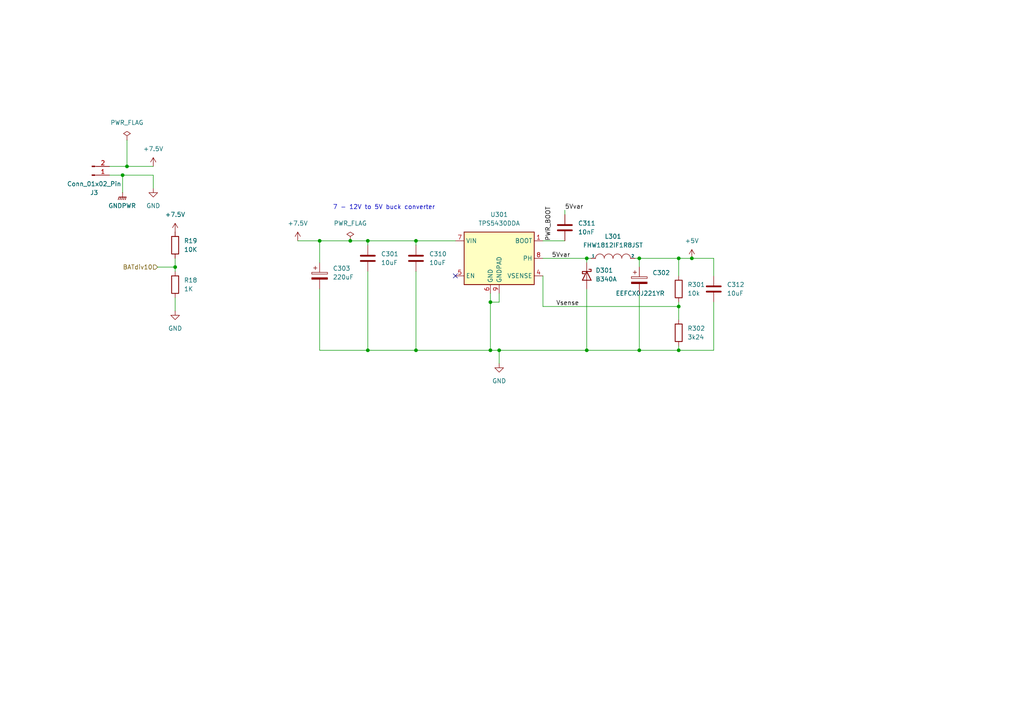
<source format=kicad_sch>
(kicad_sch (version 20250114) (generator "eeschema") (generator_version "9.0")
  (paper "A4")
  (lib_symbols
    (symbol "Connector:Conn_01x02_Pin" (pin_names (offset 1.016) (hide yes))
      (property "Reference" "J" (at 0 2.54 0))
      (property "Value" "Conn_01x02_Pin" (at 0 -5.08 0))
      (symbol "Conn_01x02_Pin_1_1"
        (rectangle (start 0.8636 0.127) (end 0 -0.127) (stroke (width 0.1524)) (fill (type outline)))
        (rectangle (start 0.8636 -2.413) (end 0 -2.667) (stroke (width 0.1524)) (fill (type outline)))
        (polyline (pts (xy 1.27 0) (xy 0.8636 0)) (stroke (width 0.1524)))
        (polyline (pts (xy 1.27 -2.54) (xy 0.8636 -2.54)) (stroke (width 0.1524)))
        (pin passive line (at 5.08 0 180) (length 3.81) (name "Pin_1") (number "1"))
        (pin passive line (at 5.08 -2.54 180) (length 3.81) (name "Pin_2") (number "2"))
      )
    )
    (symbol "Device:C" (pin_numbers (hide yes)) (pin_names (offset 0.254))
      (property "Reference" "C" (at 0.635 2.54 0))
      (property "Value" "C" (at 0.635 -2.54 0))
      (symbol "C_0_1"
        (polyline (pts (xy -2.032 0.762) (xy 2.032 0.762)) (stroke (width 0.508)))
        (polyline (pts (xy -2.032 -0.762) (xy 2.032 -0.762)) (stroke (width 0.508)))
      )
      (symbol "C_1_1"
        (pin passive line (at 0 3.81 270) (length 2.794) (name "~") (number "1"))
        (pin passive line (at 0 -3.81 90) (length 2.794) (name "~") (number "2"))
      )
    )
    (symbol "Device:C_Polarized" (pin_numbers (hide yes)) (pin_names (offset 0.254))
      (property "Reference" "C" (at 0.635 2.54 0))
      (property "Value" "C_Polarized" (at 0.635 -2.54 0))
      (symbol "C_Polarized_0_1"
        (rectangle (start -2.286 0.508) (end 2.286 1.016))
        (polyline (pts (xy -1.778 2.286) (xy -0.762 2.286)))
        (polyline (pts (xy -1.27 2.794) (xy -1.27 1.778)))
        (rectangle (start 2.286 -0.508) (end -2.286 -1.016) (fill (type outline)))
      )
      (symbol "C_Polarized_1_1"
        (pin passive line (at 0 3.81 270) (length 2.794) (name "~") (number "1"))
        (pin passive line (at 0 -3.81 90) (length 2.794) (name "~") (number "2"))
      )
    )
    (symbol "Device:D_Schottky" (pin_numbers (hide yes)) (pin_names (offset 1.016) (hide yes))
      (property "Reference" "D" (at 0 2.54 0))
      (property "Value" "D_Schottky" (at 0 -2.54 0))
      (symbol "D_Schottky_0_1"
        (polyline (pts (xy -1.905 0.635) (xy -1.905 1.27) (xy -1.27 1.27) (xy -1.27 -1.27) (xy -0.635 -1.27) (xy -0.635 -0.635)) (stroke (width 0.254)))
        (polyline (pts (xy 1.27 1.27) (xy 1.27 -1.27) (xy -1.27 0) (xy 1.27 1.27)) (stroke (width 0.254)))
        (polyline (pts (xy 1.27 0) (xy -1.27 0)))
      )
      (symbol "D_Schottky_1_1"
        (pin passive line (at -3.81 0 0) (length 2.54) (name "K") (number "1"))
        (pin passive line (at 3.81 0 180) (length 2.54) (name "A") (number "2"))
      )
    )
    (symbol "Device:R" (pin_numbers (hide yes)) (pin_names (offset 0))
      (property "Reference" "R" (at 2.032 0 90))
      (property "Value" "R" (at 0 0 90))
      (symbol "R_0_1"
        (rectangle (start -1.016 -2.54) (end 1.016 2.54) (stroke (width 0.254)))
      )
      (symbol "R_1_1"
        (pin passive line (at 0 3.81 270) (length 1.27) (name "~") (number "1"))
        (pin passive line (at 0 -3.81 90) (length 1.27) (name "~") (number "2"))
      )
    )
    (symbol "Regulator_Switching:TPS5430DDA"
      (property "Reference" "U" (at -10.16 8.89 0))
      (property "Value" "TPS5430DDA" (at -1.27 8.89 0))
      (symbol "TPS5430DDA_0_1"
        (rectangle (start -10.16 7.62) (end 10.16 -7.62) (stroke (width 0.254)) (fill (type background)))
      )
      (symbol "TPS5430DDA_1_1"
        (pin power_in line (at -12.7 5.08 0) (length 2.54) (name "VIN") (number "7"))
        (pin input line (at -12.7 -5.08 0) (length 2.54) (name "EN") (number "5"))
        (pin no_connect line (at -10.16 2.54 0) (length 2.54) (hide yes) (name "NC") (number "2"))
        (pin no_connect line (at -10.16 -2.54 0) (length 2.54) (hide yes) (name "NC") (number "3"))
        (pin power_in line (at -2.54 -10.16 90) (length 2.54) (name "GND") (number "6"))
        (pin power_in line (at 0 -10.16 90) (length 2.54) (name "GNDPAD") (number "9"))
        (pin input line (at 12.7 5.08 180) (length 2.54) (name "BOOT") (number "1"))
        (pin output line (at 12.7 0 180) (length 2.54) (name "PH") (number "8"))
        (pin input line (at 12.7 -5.08 180) (length 2.54) (name "VSENSE") (number "4"))
      )
    )
    (symbol "power:+5V" (power) (pin_numbers (hide yes)) (pin_names (offset 0) (hide yes))
      (property "Value" "+5V" (at 0 3.556 0))
      (symbol "+5V_0_1"
        (polyline (pts (xy -0.762 1.27) (xy 0 2.54)))
        (polyline (pts (xy 0 2.54) (xy 0.762 1.27)))
        (polyline (pts (xy 0 0) (xy 0 2.54)))
      )
      (symbol "+5V_1_1"
        (pin power_in line (at 0 0 90) (length 0) (name "~") (number "1"))
      )
    )
    (symbol "power:+7.5V" (power) (pin_numbers (hide yes)) (pin_names (offset 0) (hide yes))
      (property "Value" "+7.5V" (at 0 3.556 0))
      (symbol "+7.5V_0_1"
        (polyline (pts (xy -0.762 1.27) (xy 0 2.54)))
        (polyline (pts (xy 0 2.54) (xy 0.762 1.27)))
        (polyline (pts (xy 0 0) (xy 0 2.54)))
      )
      (symbol "+7.5V_1_1"
        (pin power_in line (at 0 0 90) (length 0) (name "~") (number "1"))
      )
    )
    (symbol "power:GND" (power) (pin_numbers (hide yes)) (pin_names (offset 0) (hide yes))
      (property "Value" "GND" (at 0 -3.81 0))
      (symbol "GND_0_1"
        (polyline (pts (xy 0 0) (xy 0 -1.27) (xy 1.27 -1.27) (xy 0 -2.54) (xy -1.27 -1.27) (xy 0 -1.27)))
      )
      (symbol "GND_1_1"
        (pin power_in line (at 0 0 270) (length 0) (name "~") (number "1"))
      )
    )
    (symbol "power:GNDPWR" (power) (pin_numbers (hide yes)) (pin_names (offset 0) (hide yes))
      (property "Value" "GNDPWR" (at 0 -3.302 0))
      (symbol "GNDPWR_0_1"
        (polyline (pts (xy -1.016 -1.27) (xy -1.27 -2.032) (xy -1.27 -2.032)) (stroke (width 0.2032)))
        (polyline (pts (xy -0.508 -1.27) (xy -0.762 -2.032) (xy -0.762 -2.032)) (stroke (width 0.2032)))
        (polyline (pts (xy 0 -1.27) (xy 0 0)))
        (polyline (pts (xy 0 -1.27) (xy -0.254 -2.032) (xy -0.254 -2.032)) (stroke (width 0.2032)))
        (polyline (pts (xy 0.508 -1.27) (xy 0.254 -2.032) (xy 0.254 -2.032)) (stroke (width 0.2032)))
        (polyline (pts (xy 1.016 -1.27) (xy -1.016 -1.27) (xy -1.016 -1.27)) (stroke (width 0.2032)))
        (polyline (pts (xy 1.016 -1.27) (xy 0.762 -2.032) (xy 0.762 -2.032) (xy 0.762 -2.032)) (stroke (width 0.2032)))
      )
      (symbol "GNDPWR_1_1"
        (pin power_in line (at 0 0 270) (length 0) (name "~") (number "1"))
      )
    )
    (symbol "power:PWR_FLAG" (power) (pin_numbers (hide yes)) (pin_names (offset 0) (hide yes))
      (property "Value" "PWR_FLAG" (at 0 3.81 0))
      (symbol "PWR_FLAG_0_0"
        (pin power_out line (at 0 0 90) (length 0) (name "~") (number "1"))
      )
      (symbol "PWR_FLAG_0_1"
        (polyline (pts (xy 0 0) (xy 0 1.27) (xy -1.016 1.905) (xy 0 2.54) (xy 1.016 1.905) (xy 0 1.27)))
      )
    )
    (symbol "pspice:INDUCTOR" (pin_numbers (hide yes)) (pin_names (offset 0))
      (property "Reference" "L" (at 0 2.54 0))
      (property "Value" "INDUCTOR" (at 0 -1.27 0))
      (symbol "INDUCTOR_0_1"
        (arc (start -5.08 0) (mid -3.81 1.2645) (end -2.54 0))
        (arc (start -2.54 0) (mid -1.27 1.2645) (end 0 0))
        (arc (start 0 0) (mid 1.27 1.2645) (end 2.54 0))
        (arc (start 2.54 0) (mid 3.81 1.2645) (end 5.08 0))
      )
      (symbol "INDUCTOR_1_1"
        (pin input line (at -6.35 0 0) (length 1.27) (name "1") (number "1"))
        (pin input line (at 6.35 0 180) (length 1.27) (name "2") (number "2"))
      )
    )
  )
  (text "7 - 12V to 5V buck converter" (at 96.52 60.96 0) (effects (font (size 1.27 1.27)) (justify left bottom)))
  (junction (at 50.8 77.47))
  (junction (at 196.85 74.93))
  (junction (at 35.56 50.8))
  (junction (at 120.65 69.85))
  (junction (at 196.85 101.6))
  (junction (at 144.78 101.6))
  (junction (at 142.24 101.6))
  (junction (at 36.83 48.26))
  (junction (at 200.66 74.93))
  (junction (at 142.24 87.63))
  (junction (at 106.68 101.6))
  (junction (at 120.65 101.6))
  (junction (at 106.68 69.85))
  (junction (at 170.18 74.93))
  (junction (at 185.42 74.93))
  (junction (at 170.18 101.6))
  (junction (at 185.42 101.6))
  (junction (at 196.85 88.9))
  (junction (at 101.6 69.85))
  (junction (at 92.71 69.85))
  (no_connect (at 132.08 80.01))
  (wire (pts (xy 120.65 78.74) (xy 120.65 101.6)))
  (wire (pts (xy 45.72 77.47) (xy 50.8 77.47)))
  (wire (pts (xy 157.48 80.01) (xy 157.48 88.9)))
  (wire (pts (xy 196.85 100.33) (xy 196.85 101.6)))
  (wire (pts (xy 106.68 101.6) (xy 120.65 101.6)))
  (wire (pts (xy 92.71 101.6) (xy 106.68 101.6)))
  (wire (pts (xy 101.6 69.85) (xy 106.68 69.85)))
  (wire (pts (xy 50.8 74.93) (xy 50.8 77.47)))
  (wire (pts (xy 196.85 87.63) (xy 196.85 88.9)))
  (wire (pts (xy 207.01 74.93) (xy 200.66 74.93)))
  (wire (pts (xy 185.42 101.6) (xy 170.18 101.6)))
  (wire (pts (xy 35.56 50.8) (xy 44.45 50.8)))
  (wire (pts (xy 170.18 74.93) (xy 170.18 76.2)))
  (wire (pts (xy 92.71 83.82) (xy 92.71 101.6)))
  (wire (pts (xy 106.68 78.74) (xy 106.68 101.6)))
  (wire (pts (xy 92.71 69.85) (xy 92.71 76.2)))
  (wire (pts (xy 184.15 74.93) (xy 185.42 74.93)))
  (wire (pts (xy 185.42 74.93) (xy 185.42 77.47)))
  (wire (pts (xy 144.78 101.6) (xy 144.78 105.41)))
  (wire (pts (xy 157.48 88.9) (xy 196.85 88.9)))
  (wire (pts (xy 163.83 60.96) (xy 163.83 62.23)))
  (wire (pts (xy 157.48 69.85) (xy 163.83 69.85)))
  (wire (pts (xy 196.85 101.6) (xy 185.42 101.6)))
  (wire (pts (xy 44.45 50.8) (xy 44.45 54.61)))
  (wire (pts (xy 142.24 85.09) (xy 142.24 87.63)))
  (wire (pts (xy 142.24 87.63) (xy 142.24 101.6)))
  (wire (pts (xy 120.65 101.6) (xy 142.24 101.6)))
  (wire (pts (xy 196.85 74.93) (xy 200.66 74.93)))
  (wire (pts (xy 142.24 87.63) (xy 144.78 87.63)))
  (wire (pts (xy 170.18 83.82) (xy 170.18 101.6)))
  (wire (pts (xy 92.71 69.85) (xy 101.6 69.85)))
  (wire (pts (xy 144.78 85.09) (xy 144.78 87.63)))
  (wire (pts (xy 35.56 50.8) (xy 35.56 55.88)))
  (wire (pts (xy 207.01 101.6) (xy 196.85 101.6)))
  (wire (pts (xy 50.8 77.47) (xy 50.8 78.74)))
  (wire (pts (xy 185.42 85.09) (xy 185.42 101.6)))
  (wire (pts (xy 142.24 101.6) (xy 144.78 101.6)))
  (wire (pts (xy 157.48 74.93) (xy 170.18 74.93)))
  (wire (pts (xy 207.01 80.01) (xy 207.01 74.93)))
  (wire (pts (xy 120.65 69.85) (xy 132.08 69.85)))
  (wire (pts (xy 36.83 40.64) (xy 36.83 48.26)))
  (wire (pts (xy 120.65 69.85) (xy 120.65 71.12)))
  (wire (pts (xy 106.68 69.85) (xy 120.65 69.85)))
  (wire (pts (xy 196.85 88.9) (xy 196.85 92.71)))
  (wire (pts (xy 185.42 74.93) (xy 196.85 74.93)))
  (wire (pts (xy 106.68 69.85) (xy 106.68 71.12)))
  (wire (pts (xy 170.18 74.93) (xy 171.45 74.93)))
  (wire (pts (xy 36.83 48.26) (xy 44.45 48.26)))
  (wire (pts (xy 196.85 74.93) (xy 196.85 80.01)))
  (wire (pts (xy 50.8 86.36) (xy 50.8 90.17)))
  (wire (pts (xy 170.18 101.6) (xy 144.78 101.6)))
  (wire (pts (xy 31.75 50.8) (xy 35.56 50.8)))
  (wire (pts (xy 86.36 69.85) (xy 92.71 69.85)))
  (wire (pts (xy 31.75 48.26) (xy 36.83 48.26)))
  (wire (pts (xy 207.01 87.63) (xy 207.01 101.6)))
  (label "Vsense" (at 161.29 88.9 0))
  (label "5Vvar" (at 163.83 60.96 0))
  (label "PWR_BOOT" (at 160.02 69.85 90))
  (label "5Vvar" (at 160.02 74.93 0))
  (hierarchical_label "BATdiv10" (shape input) (at 45.72 77.47 180))
  (symbol (lib_id "pspice:INDUCTOR") (at 177.8 74.93 0) (unit 1)
    (property "Reference" "L301" (at 177.8 68.58 0))
    (property "Value" "FHW1812IF1R8JST" (at 177.8 71.12 0))
    (property "Footprint" "Inductor_SMD:L_1812_4532Metric" (effects (hide yes)))
    (property "LCSC" "C394113" (effects (hide yes)))
  )
  (symbol (lib_id "power:+7.5V") (at 44.45 48.26 0) (unit 1)
    (property "Reference" "#PWR032" (effects (hide yes)))
    (property "Value" "+7.5V" (at 44.45 43.18 0))
    (property "Description" "Power symbol creates a global label with name \"+7.5V\"" (effects (hide yes)))
  )
  (symbol (lib_id "Device:R") (at 50.8 82.55 0) (unit 1)
    (property "Reference" "R18" (at 53.34 81.2799 0) (effects (justify left)))
    (property "Value" "1K" (at 53.34 83.8199 0) (effects (justify left)))
    (property "Footprint" "Resistor_SMD:R_0402_1005Metric" (effects (hide yes)))
    (property "Description" "Resistor" (effects (hide yes)))
  )
  (symbol (lib_id "Device:R") (at 196.85 96.52 0) (unit 1)
    (property "Reference" "R302" (at 199.39 95.25 0) (effects (justify left)))
    (property "Value" "3k24" (at 199.39 97.79 0) (effects (justify left)))
    (property "Footprint" "Resistor_SMD:R_0402_1005Metric" (effects (hide yes)))
    (property "LCSC" "C327346" (effects (hide yes)))
  )
  (symbol (lib_id "power:GNDPWR") (at 35.56 55.88 0) (unit 1)
    (property "Reference" "#PWR010" (effects (hide yes)))
    (property "Value" "GNDPWR" (at 35.433 59.69 0))
    (property "Description" "Power symbol creates a global label with name \"GNDPWR\" , global ground" (effects (hide yes)))
  )
  (symbol (lib_id "power:PWR_FLAG") (at 101.6 69.85 0) (unit 1)
    (property "Reference" "#FLG0301" (effects (hide yes)))
    (property "Value" "PWR_FLAG" (at 101.6 64.77 0))
  )
  (symbol (lib_id "Device:C") (at 106.68 74.93 0) (unit 1)
    (property "Reference" "C301" (at 110.49 73.6599 0) (effects (justify left)))
    (property "Value" "10uF" (at 110.49 76.1999 0) (effects (justify left)))
    (property "Footprint" "Capacitor_SMD:C_1206_3216Metric" (effects (hide yes)))
    (property "LCSC" "C128855" (effects (hide yes)))
  )
  (symbol (lib_id "power:GND") (at 50.8 90.17 0) (unit 1)
    (property "Reference" "#PWR051" (effects (hide yes)))
    (property "Value" "GND" (at 50.8 95.25 0))
    (property "Description" "Power symbol creates a global label with name \"GND\" , ground" (effects (hide yes)))
  )
  (symbol (lib_id "power:+5V") (at 200.66 74.93 0) (unit 1)
    (property "Reference" "#PWR0304" (effects (hide yes)))
    (property "Value" "+5V" (at 200.66 69.85 0))
  )
  (symbol (lib_id "power:+7.5V") (at 86.36 69.85 0) (unit 1)
    (property "Reference" "#PWR034" (effects (hide yes)))
    (property "Value" "+7.5V" (at 86.36 64.77 0))
    (property "Description" "Power symbol creates a global label with name \"+7.5V\"" (effects (hide yes)))
  )
  (symbol (lib_id "Device:C") (at 163.83 66.04 180) (unit 1)
    (property "Reference" "C311" (at 167.64 64.77 0) (effects (justify right)))
    (property "Value" "10nF" (at 167.64 67.31 0) (effects (justify right)))
    (property "Footprint" "Capacitor_SMD:C_0402_1005Metric" (effects (hide yes)))
    (property "LCSC" "C2840480" (effects (hide yes)))
  )
  (symbol (lib_id "power:PWR_FLAG") (at 36.83 40.64 0) (unit 1)
    (property "Reference" "#FLG01" (effects (hide yes)))
    (property "Value" "PWR_FLAG" (at 36.83 35.56 0))
    (property "Description" "Special symbol for telling ERC where power comes from" (effects (hide yes)))
  )
  (symbol (lib_id "Device:R") (at 196.85 83.82 0) (unit 1)
    (property "Reference" "R301" (at 199.39 82.55 0) (effects (justify left)))
    (property "Value" "10k" (at 199.39 85.09 0) (effects (justify left)))
    (property "Footprint" "Resistor_SMD:R_0402_1005Metric" (effects (hide yes)))
    (property "LCSC" "C60490" (effects (hide yes)))
  )
  (symbol (lib_id "Device:C") (at 207.01 83.82 0) (unit 1)
    (property "Reference" "C312" (at 210.82 82.5499 0) (effects (justify left)))
    (property "Value" "10uF" (at 210.82 85.0899 0) (effects (justify left)))
    (property "Footprint" "Capacitor_SMD:C_1206_3216Metric" (effects (hide yes)))
    (property "LCSC" "C128855" (effects (hide yes)))
  )
  (symbol (lib_id "Device:C") (at 120.65 74.93 0) (unit 1)
    (property "Reference" "C310" (at 124.46 73.6599 0) (effects (justify left)))
    (property "Value" "10uF" (at 124.46 76.1999 0) (effects (justify left)))
    (property "Footprint" "Capacitor_SMD:C_1206_3216Metric" (effects (hide yes)))
    (property "LCSC" "C128855" (effects (hide yes)))
  )
  (symbol (lib_id "power:+7.5V") (at 50.8 67.31 0) (unit 1)
    (property "Reference" "#PWR052" (effects (hide yes)))
    (property "Value" "+7.5V" (at 50.8 62.23 0))
    (property "Description" "Power symbol creates a global label with name \"+7.5V\"" (effects (hide yes)))
  )
  (symbol (lib_id "Connector:Conn_01x02_Pin") (at 26.67 50.8 0) (mirror x) (unit 1)
    (property "Reference" "J3" (at 27.305 55.88 0))
    (property "Value" "Conn_01x02_Pin" (at 27.305 53.34 0))
    (property "Footprint" "Connector_AMASS:AMASS_XT30PW-M_1x02_P2.50mm_Horizontal" (effects (hide yes)))
    (property "Description" "Generic connector, single row, 01x02, script generated" (effects (hide yes)))
  )
  (symbol (lib_id "Device:C_Polarized") (at 185.42 81.28 0) (unit 1)
    (property "Reference" "C302" (at 189.23 79.1209 0) (effects (justify left)))
    (property "Value" "EEFCX0J221YR" (at 178.562 85.09 0) (effects (justify left)))
    (property "Footprint" "local:CP_SMD_4.3x7.3mm" (effects (hide yes)))
    (property "LCSC" "C141444" (effects (hide yes)))
  )
  (symbol (lib_id "Device:D_Schottky") (at 170.18 80.01 270) (unit 1)
    (property "Reference" "D301" (at 172.72 78.4224 90) (effects (justify left)))
    (property "Value" "B340A" (at 172.72 80.9624 90) (effects (justify left)))
    (property "Footprint" "Diode_SMD:D_SMA" (effects (hide yes)))
    (property "LCSC" "C3018525" (effects (hide yes)))
  )
  (symbol (lib_id "power:GND") (at 44.45 54.61 0) (unit 1)
    (property "Reference" "#PWR033" (effects (hide yes)))
    (property "Value" "GND" (at 44.45 59.69 0))
    (property "Description" "Power symbol creates a global label with name \"GND\" , ground" (effects (hide yes)))
  )
  (symbol (lib_id "power:GND") (at 144.78 105.41 0) (unit 1)
    (property "Reference" "#PWR0306" (effects (hide yes)))
    (property "Value" "GND" (at 144.78 110.49 0))
  )
  (symbol (lib_id "Regulator_Switching:TPS5430DDA") (at 144.78 74.93 0) (unit 1)
    (property "Reference" "U301" (at 144.78 62.23 0))
    (property "Value" "TPS5430DDA" (at 144.78 64.77 0))
    (property "Footprint" "Package_SO:TI_SO-PowerPAD-8_ThermalVias" (effects (hide yes)))
    (property "Datasheet" "http://www.ti.com/lit/ds/symlink/tps5430.pdf" (effects (hide yes)))
    (property "LCSC" "C9864" (effects (hide yes)))
  )
  (symbol (lib_id "Device:R") (at 50.8 71.12 0) (unit 1)
    (property "Reference" "R19" (at 53.34 69.8499 0) (effects (justify left)))
    (property "Value" "10K" (at 53.34 72.3899 0) (effects (justify left)))
    (property "Footprint" "Resistor_SMD:R_0402_1005Metric" (effects (hide yes)))
    (property "Description" "Resistor" (effects (hide yes)))
  )
  (symbol (lib_id "Device:C_Polarized") (at 92.71 80.01 0) (unit 1)
    (property "Reference" "C303" (at 96.52 77.8509 0) (effects (justify left)))
    (property "Value" "220uF" (at 96.52 80.3909 0) (effects (justify left)))
    (property "Footprint" "Capacitor_Tantalum_SMD:CP_EIA-7343-31_Kemet-D" (effects (hide yes)))
    (property "LCSC" "C8024" (effects (hide yes)))
  )
)
</source>
